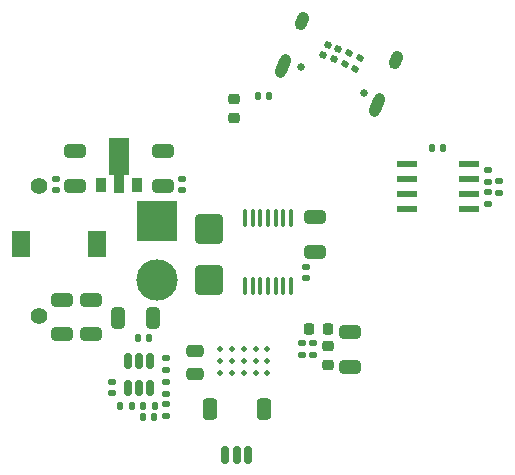
<source format=gbs>
G04 #@! TF.GenerationSoftware,KiCad,Pcbnew,(7.0.0)*
G04 #@! TF.CreationDate,2023-03-23T23:46:18+08:00*
G04 #@! TF.ProjectId,ServoLess,53657276-6f4c-4657-9373-2e6b69636164,rev?*
G04 #@! TF.SameCoordinates,Original*
G04 #@! TF.FileFunction,Soldermask,Bot*
G04 #@! TF.FilePolarity,Negative*
%FSLAX46Y46*%
G04 Gerber Fmt 4.6, Leading zero omitted, Abs format (unit mm)*
G04 Created by KiCad (PCBNEW (7.0.0)) date 2023-03-23 23:46:18*
%MOMM*%
%LPD*%
G01*
G04 APERTURE LIST*
G04 Aperture macros list*
%AMRoundRect*
0 Rectangle with rounded corners*
0 $1 Rounding radius*
0 $2 $3 $4 $5 $6 $7 $8 $9 X,Y pos of 4 corners*
0 Add a 4 corners polygon primitive as box body*
4,1,4,$2,$3,$4,$5,$6,$7,$8,$9,$2,$3,0*
0 Add four circle primitives for the rounded corners*
1,1,$1+$1,$2,$3*
1,1,$1+$1,$4,$5*
1,1,$1+$1,$6,$7*
1,1,$1+$1,$8,$9*
0 Add four rect primitives between the rounded corners*
20,1,$1+$1,$2,$3,$4,$5,0*
20,1,$1+$1,$4,$5,$6,$7,0*
20,1,$1+$1,$6,$7,$8,$9,0*
20,1,$1+$1,$8,$9,$2,$3,0*%
%AMHorizOval*
0 Thick line with rounded ends*
0 $1 width*
0 $2 $3 position (X,Y) of the first rounded end (center of the circle)*
0 $4 $5 position (X,Y) of the second rounded end (center of the circle)*
0 Add line between two ends*
20,1,$1,$2,$3,$4,$5,0*
0 Add two circle primitives to create the rounded ends*
1,1,$1,$2,$3*
1,1,$1,$4,$5*%
%AMFreePoly0*
4,1,9,3.862500,-0.866500,0.737500,-0.866500,0.737500,-0.450000,-0.737500,-0.450000,-0.737500,0.450000,0.737500,0.450000,0.737500,0.866500,3.862500,0.866500,3.862500,-0.866500,3.862500,-0.866500,$1*%
G04 Aperture macros list end*
%ADD10C,0.650000*%
%ADD11HorizOval,1.000000X0.210476X0.508134X-0.210476X-0.508134X0*%
%ADD12HorizOval,1.000000X0.114805X0.277164X-0.114805X-0.277164X0*%
%ADD13C,1.400000*%
%ADD14R,3.500000X3.500000*%
%ADD15C,3.500000*%
%ADD16C,0.500000*%
%ADD17RoundRect,0.100000X-0.100000X0.637500X-0.100000X-0.637500X0.100000X-0.637500X0.100000X0.637500X0*%
%ADD18RoundRect,0.218750X0.218750X0.256250X-0.218750X0.256250X-0.218750X-0.256250X0.218750X-0.256250X0*%
%ADD19RoundRect,0.140000X-0.170000X0.140000X-0.170000X-0.140000X0.170000X-0.140000X0.170000X0.140000X0*%
%ADD20RoundRect,0.250000X-0.650000X0.325000X-0.650000X-0.325000X0.650000X-0.325000X0.650000X0.325000X0*%
%ADD21RoundRect,0.135000X0.185000X-0.135000X0.185000X0.135000X-0.185000X0.135000X-0.185000X-0.135000X0*%
%ADD22RoundRect,0.140000X0.170000X-0.140000X0.170000X0.140000X-0.170000X0.140000X-0.170000X-0.140000X0*%
%ADD23RoundRect,0.225000X-0.250000X0.225000X-0.250000X-0.225000X0.250000X-0.225000X0.250000X0.225000X0*%
%ADD24RoundRect,0.225000X0.250000X-0.225000X0.250000X0.225000X-0.250000X0.225000X-0.250000X-0.225000X0*%
%ADD25RoundRect,0.250000X0.325000X0.650000X-0.325000X0.650000X-0.325000X-0.650000X0.325000X-0.650000X0*%
%ADD26RoundRect,0.150000X-0.150000X-0.625000X0.150000X-0.625000X0.150000X0.625000X-0.150000X0.625000X0*%
%ADD27RoundRect,0.250000X-0.350000X-0.650000X0.350000X-0.650000X0.350000X0.650000X-0.350000X0.650000X0*%
%ADD28RoundRect,0.140000X0.140000X0.170000X-0.140000X0.170000X-0.140000X-0.170000X0.140000X-0.170000X0*%
%ADD29RoundRect,0.250000X-0.900000X1.000000X-0.900000X-1.000000X0.900000X-1.000000X0.900000X1.000000X0*%
%ADD30RoundRect,0.250000X0.475000X-0.250000X0.475000X0.250000X-0.475000X0.250000X-0.475000X-0.250000X0*%
%ADD31RoundRect,0.135000X0.119255X-0.195520X0.222580X0.053927X-0.119255X0.195520X-0.222580X-0.053927X0*%
%ADD32RoundRect,0.140000X-0.140000X-0.170000X0.140000X-0.170000X0.140000X0.170000X-0.140000X0.170000X0*%
%ADD33RoundRect,0.135000X-0.135000X-0.185000X0.135000X-0.185000X0.135000X0.185000X-0.135000X0.185000X0*%
%ADD34R,1.690599X0.532600*%
%ADD35R,1.500000X2.200000*%
%ADD36RoundRect,0.135000X-0.185000X0.135000X-0.185000X-0.135000X0.185000X-0.135000X0.185000X0.135000X0*%
%ADD37RoundRect,0.140000X0.103484X-0.194399X0.210635X0.064287X-0.103484X0.194399X-0.210635X-0.064287X0*%
%ADD38R,0.900000X1.300000*%
%ADD39FreePoly0,90.000000*%
%ADD40RoundRect,0.250000X0.650000X-0.325000X0.650000X0.325000X-0.650000X0.325000X-0.650000X-0.325000X0*%
%ADD41RoundRect,0.150000X-0.150000X0.512500X-0.150000X-0.512500X0.150000X-0.512500X0.150000X0.512500X0*%
G04 APERTURE END LIST*
D10*
X148339338Y-76840670D03*
X142999314Y-74628760D03*
D11*
X149457662Y-77877562D03*
D12*
X151057279Y-74015746D03*
D11*
X141475343Y-74571178D03*
D12*
X143074960Y-70709361D03*
D13*
X120800000Y-95700000D03*
X120800000Y-84700000D03*
D14*
X130799999Y-87699999D03*
D15*
X130800000Y-92700000D03*
D16*
X136150000Y-100550002D03*
X137150000Y-100550002D03*
X138150001Y-100550002D03*
X139150002Y-100550002D03*
X140150002Y-100550002D03*
X136150000Y-99550001D03*
X137150000Y-99550001D03*
X138150001Y-99550001D03*
X139150002Y-99550001D03*
X140150002Y-99550001D03*
X136150000Y-98550000D03*
X137150000Y-98550000D03*
X138150001Y-98550000D03*
X139150002Y-98550000D03*
X140150002Y-98550000D03*
D17*
X138250000Y-87437500D03*
X138900000Y-87437500D03*
X139550000Y-87437500D03*
X140200000Y-87437500D03*
X140850000Y-87437500D03*
X141500000Y-87437500D03*
X142150000Y-87437500D03*
X142150000Y-93162500D03*
X141500000Y-93162500D03*
X140850000Y-93162500D03*
X140200000Y-93162500D03*
X139550000Y-93162500D03*
X138900000Y-93162500D03*
X138250000Y-93162500D03*
D18*
X145287500Y-96825000D03*
X143712500Y-96825000D03*
D19*
X144050000Y-98045000D03*
X144050000Y-99005000D03*
D20*
X125200000Y-94325000D03*
X125200000Y-97275000D03*
D19*
X143450000Y-91570000D03*
X143450000Y-92530000D03*
X143100000Y-98045000D03*
X143100000Y-99005000D03*
D21*
X158800000Y-86260000D03*
X158800000Y-85240000D03*
D22*
X122250000Y-85080000D03*
X122250000Y-84120000D03*
D23*
X145250000Y-98300000D03*
X145250000Y-99850000D03*
D24*
X137300000Y-78925000D03*
X137300000Y-77375000D03*
D25*
X130475000Y-95900000D03*
X127525000Y-95900000D03*
D20*
X147150000Y-97050000D03*
X147150000Y-100000000D03*
D26*
X136550000Y-107450000D03*
X137550000Y-107450000D03*
X138550000Y-107450000D03*
D27*
X135250000Y-103575000D03*
X139850000Y-103575000D03*
D20*
X122800000Y-94325000D03*
X122800000Y-97275000D03*
D28*
X140280000Y-77075000D03*
X139320000Y-77075000D03*
D29*
X135200000Y-88350000D03*
X135200000Y-92650000D03*
D30*
X134050000Y-100600000D03*
X134050000Y-98700000D03*
D20*
X131300000Y-81725000D03*
X131300000Y-84675000D03*
D31*
X147579831Y-74821179D03*
X147970169Y-73878821D03*
D32*
X129620000Y-104300000D03*
X130580000Y-104300000D03*
D33*
X127690000Y-103300000D03*
X128710000Y-103300000D03*
D34*
X151996499Y-86654999D03*
X151996499Y-85384999D03*
X151996499Y-84114999D03*
X151996499Y-82844999D03*
X157203499Y-82844999D03*
X157203499Y-84114999D03*
X157203499Y-85384999D03*
X157203499Y-86654999D03*
D20*
X144150000Y-87325000D03*
X144150000Y-90275000D03*
D22*
X159750000Y-85280000D03*
X159750000Y-84320000D03*
D32*
X154070000Y-81500000D03*
X155030000Y-81500000D03*
D35*
X125699999Y-89599999D03*
X119299999Y-89599999D03*
D21*
X158800000Y-84360000D03*
X158800000Y-83340000D03*
D19*
X132950000Y-84120000D03*
X132950000Y-85080000D03*
D36*
X131600000Y-101290000D03*
X131600000Y-102310000D03*
D31*
X146679831Y-74421179D03*
X147070169Y-73478821D03*
D28*
X130130000Y-97600000D03*
X129170000Y-97600000D03*
D37*
X145791312Y-73993462D03*
X146158688Y-73106538D03*
X144891312Y-73643462D03*
X145258688Y-72756538D03*
D33*
X129590000Y-103300000D03*
X130610000Y-103300000D03*
D36*
X131600000Y-103190000D03*
X131600000Y-104210000D03*
D38*
X129099999Y-84599999D03*
D39*
X127600000Y-84512500D03*
D38*
X126099999Y-84599999D03*
D22*
X127000000Y-102280000D03*
X127000000Y-101320000D03*
D36*
X131600000Y-99290000D03*
X131600000Y-100310000D03*
D40*
X123900000Y-84675000D03*
X123900000Y-81725000D03*
D41*
X128350000Y-99562500D03*
X129300000Y-99562500D03*
X130250000Y-99562500D03*
X130250000Y-101837500D03*
X129300000Y-101837500D03*
X128350000Y-101837500D03*
M02*

</source>
